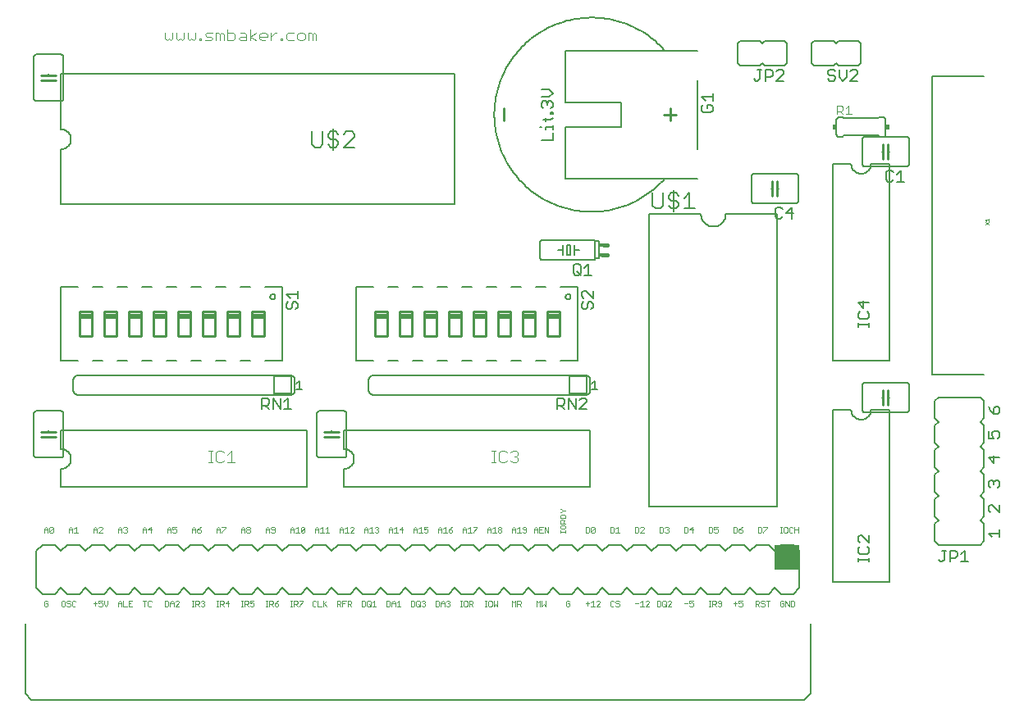
<source format=gto>
G75*
%MOIN*%
%OFA0B0*%
%FSLAX24Y24*%
%IPPOS*%
%LPD*%
%AMOC8*
5,1,8,0,0,1.08239X$1,22.5*
%
%ADD10C,0.0020*%
%ADD11C,0.0040*%
%ADD12C,0.0080*%
%ADD13C,0.0060*%
%ADD14R,0.1000X0.1000*%
%ADD15C,0.0100*%
%ADD16C,0.0050*%
%ADD17C,0.0070*%
%ADD18C,0.0160*%
%ADD19R,0.0230X0.0160*%
%ADD20R,0.0150X0.0200*%
D10*
X001527Y004190D02*
X001600Y004190D01*
X001637Y004227D01*
X001637Y004300D01*
X001563Y004300D01*
X001490Y004373D02*
X001490Y004227D01*
X001527Y004190D01*
X001490Y004373D02*
X001527Y004410D01*
X001600Y004410D01*
X001637Y004373D01*
X002190Y004373D02*
X002190Y004227D01*
X002227Y004190D01*
X002300Y004190D01*
X002337Y004227D01*
X002337Y004373D01*
X002300Y004410D01*
X002227Y004410D01*
X002190Y004373D01*
X002411Y004373D02*
X002411Y004337D01*
X002448Y004300D01*
X002521Y004300D01*
X002558Y004263D01*
X002558Y004227D01*
X002521Y004190D01*
X002448Y004190D01*
X002411Y004227D01*
X002411Y004373D02*
X002448Y004410D01*
X002521Y004410D01*
X002558Y004373D01*
X002632Y004373D02*
X002632Y004227D01*
X002669Y004190D01*
X002742Y004190D01*
X002779Y004227D01*
X002779Y004373D02*
X002742Y004410D01*
X002669Y004410D01*
X002632Y004373D01*
X003490Y004300D02*
X003637Y004300D01*
X003711Y004300D02*
X003784Y004337D01*
X003821Y004337D01*
X003858Y004300D01*
X003858Y004227D01*
X003821Y004190D01*
X003748Y004190D01*
X003711Y004227D01*
X003711Y004300D02*
X003711Y004410D01*
X003858Y004410D01*
X003932Y004410D02*
X003932Y004263D01*
X004005Y004190D01*
X004079Y004263D01*
X004079Y004410D01*
X004490Y004337D02*
X004563Y004410D01*
X004637Y004337D01*
X004637Y004190D01*
X004711Y004190D02*
X004858Y004190D01*
X004932Y004190D02*
X005079Y004190D01*
X005005Y004300D02*
X004932Y004300D01*
X004932Y004410D02*
X004932Y004190D01*
X004932Y004410D02*
X005079Y004410D01*
X004711Y004410D02*
X004711Y004190D01*
X004637Y004300D02*
X004490Y004300D01*
X004490Y004337D02*
X004490Y004190D01*
X003563Y004227D02*
X003563Y004373D01*
X005490Y004410D02*
X005637Y004410D01*
X005563Y004410D02*
X005563Y004190D01*
X005711Y004227D02*
X005748Y004190D01*
X005821Y004190D01*
X005858Y004227D01*
X005858Y004373D02*
X005821Y004410D01*
X005748Y004410D01*
X005711Y004373D01*
X005711Y004227D01*
X006390Y004190D02*
X006500Y004190D01*
X006537Y004227D01*
X006537Y004373D01*
X006500Y004410D01*
X006390Y004410D01*
X006390Y004190D01*
X006611Y004190D02*
X006611Y004337D01*
X006684Y004410D01*
X006758Y004337D01*
X006758Y004190D01*
X006832Y004190D02*
X006979Y004337D01*
X006979Y004373D01*
X006942Y004410D01*
X006869Y004410D01*
X006832Y004373D01*
X006758Y004300D02*
X006611Y004300D01*
X006832Y004190D02*
X006979Y004190D01*
X007490Y004190D02*
X007563Y004190D01*
X007527Y004190D02*
X007527Y004410D01*
X007563Y004410D02*
X007490Y004410D01*
X007637Y004410D02*
X007747Y004410D01*
X007784Y004373D01*
X007784Y004300D01*
X007747Y004263D01*
X007637Y004263D01*
X007637Y004190D02*
X007637Y004410D01*
X007711Y004263D02*
X007784Y004190D01*
X007858Y004227D02*
X007895Y004190D01*
X007968Y004190D01*
X008005Y004227D01*
X008005Y004263D01*
X007968Y004300D01*
X007932Y004300D01*
X007968Y004300D02*
X008005Y004337D01*
X008005Y004373D01*
X007968Y004410D01*
X007895Y004410D01*
X007858Y004373D01*
X008490Y004410D02*
X008563Y004410D01*
X008527Y004410D02*
X008527Y004190D01*
X008563Y004190D02*
X008490Y004190D01*
X008637Y004190D02*
X008637Y004410D01*
X008747Y004410D01*
X008784Y004373D01*
X008784Y004300D01*
X008747Y004263D01*
X008637Y004263D01*
X008711Y004263D02*
X008784Y004190D01*
X008858Y004300D02*
X009005Y004300D01*
X008968Y004190D02*
X008968Y004410D01*
X008858Y004300D01*
X009490Y004190D02*
X009563Y004190D01*
X009527Y004190D02*
X009527Y004410D01*
X009563Y004410D02*
X009490Y004410D01*
X009637Y004410D02*
X009747Y004410D01*
X009784Y004373D01*
X009784Y004300D01*
X009747Y004263D01*
X009637Y004263D01*
X009637Y004190D02*
X009637Y004410D01*
X009711Y004263D02*
X009784Y004190D01*
X009858Y004227D02*
X009895Y004190D01*
X009968Y004190D01*
X010005Y004227D01*
X010005Y004300D01*
X009968Y004337D01*
X009932Y004337D01*
X009858Y004300D01*
X009858Y004410D01*
X010005Y004410D01*
X010490Y004410D02*
X010563Y004410D01*
X010527Y004410D02*
X010527Y004190D01*
X010563Y004190D02*
X010490Y004190D01*
X010637Y004190D02*
X010637Y004410D01*
X010747Y004410D01*
X010784Y004373D01*
X010784Y004300D01*
X010747Y004263D01*
X010637Y004263D01*
X010711Y004263D02*
X010784Y004190D01*
X010858Y004227D02*
X010858Y004300D01*
X010968Y004300D01*
X011005Y004263D01*
X011005Y004227D01*
X010968Y004190D01*
X010895Y004190D01*
X010858Y004227D01*
X010858Y004300D02*
X010932Y004373D01*
X011005Y004410D01*
X011490Y004410D02*
X011563Y004410D01*
X011527Y004410D02*
X011527Y004190D01*
X011563Y004190D02*
X011490Y004190D01*
X011637Y004190D02*
X011637Y004410D01*
X011747Y004410D01*
X011784Y004373D01*
X011784Y004300D01*
X011747Y004263D01*
X011637Y004263D01*
X011711Y004263D02*
X011784Y004190D01*
X011858Y004190D02*
X011858Y004227D01*
X012005Y004373D01*
X012005Y004410D01*
X011858Y004410D01*
X012390Y004373D02*
X012390Y004227D01*
X012427Y004190D01*
X012500Y004190D01*
X012537Y004227D01*
X012611Y004190D02*
X012758Y004190D01*
X012832Y004190D02*
X012832Y004410D01*
X012869Y004300D02*
X012979Y004190D01*
X012832Y004263D02*
X012979Y004410D01*
X012611Y004410D02*
X012611Y004190D01*
X012537Y004373D02*
X012500Y004410D01*
X012427Y004410D01*
X012390Y004373D01*
X013390Y004410D02*
X013390Y004190D01*
X013390Y004263D02*
X013500Y004263D01*
X013537Y004300D01*
X013537Y004373D01*
X013500Y004410D01*
X013390Y004410D01*
X013463Y004263D02*
X013537Y004190D01*
X013611Y004190D02*
X013611Y004410D01*
X013758Y004410D01*
X013832Y004410D02*
X013942Y004410D01*
X013979Y004373D01*
X013979Y004300D01*
X013942Y004263D01*
X013832Y004263D01*
X013832Y004190D02*
X013832Y004410D01*
X013905Y004263D02*
X013979Y004190D01*
X013684Y004300D02*
X013611Y004300D01*
X014390Y004190D02*
X014500Y004190D01*
X014537Y004227D01*
X014537Y004373D01*
X014500Y004410D01*
X014390Y004410D01*
X014390Y004190D01*
X014611Y004227D02*
X014611Y004373D01*
X014648Y004410D01*
X014721Y004410D01*
X014758Y004373D01*
X014758Y004227D01*
X014721Y004190D01*
X014648Y004190D01*
X014611Y004227D01*
X014684Y004263D02*
X014758Y004190D01*
X014832Y004190D02*
X014979Y004190D01*
X014905Y004190D02*
X014905Y004410D01*
X014832Y004337D01*
X015390Y004410D02*
X015390Y004190D01*
X015500Y004190D01*
X015537Y004227D01*
X015537Y004373D01*
X015500Y004410D01*
X015390Y004410D01*
X015611Y004337D02*
X015684Y004410D01*
X015758Y004337D01*
X015758Y004190D01*
X015832Y004190D02*
X015979Y004190D01*
X015905Y004190D02*
X015905Y004410D01*
X015832Y004337D01*
X015758Y004300D02*
X015611Y004300D01*
X015611Y004337D02*
X015611Y004190D01*
X016390Y004190D02*
X016500Y004190D01*
X016537Y004227D01*
X016537Y004373D01*
X016500Y004410D01*
X016390Y004410D01*
X016390Y004190D01*
X016611Y004227D02*
X016648Y004190D01*
X016721Y004190D01*
X016758Y004227D01*
X016758Y004373D01*
X016721Y004410D01*
X016648Y004410D01*
X016611Y004373D01*
X016611Y004227D01*
X016684Y004263D02*
X016758Y004190D01*
X016832Y004227D02*
X016869Y004190D01*
X016942Y004190D01*
X016979Y004227D01*
X016979Y004263D01*
X016942Y004300D01*
X016905Y004300D01*
X016942Y004300D02*
X016979Y004337D01*
X016979Y004373D01*
X016942Y004410D01*
X016869Y004410D01*
X016832Y004373D01*
X017390Y004410D02*
X017390Y004190D01*
X017500Y004190D01*
X017537Y004227D01*
X017537Y004373D01*
X017500Y004410D01*
X017390Y004410D01*
X017611Y004337D02*
X017611Y004190D01*
X017611Y004300D02*
X017758Y004300D01*
X017758Y004337D02*
X017758Y004190D01*
X017832Y004227D02*
X017869Y004190D01*
X017942Y004190D01*
X017979Y004227D01*
X017979Y004263D01*
X017942Y004300D01*
X017905Y004300D01*
X017942Y004300D02*
X017979Y004337D01*
X017979Y004373D01*
X017942Y004410D01*
X017869Y004410D01*
X017832Y004373D01*
X017758Y004337D02*
X017684Y004410D01*
X017611Y004337D01*
X018390Y004410D02*
X018463Y004410D01*
X018427Y004410D02*
X018427Y004190D01*
X018463Y004190D02*
X018390Y004190D01*
X018537Y004227D02*
X018537Y004373D01*
X018574Y004410D01*
X018647Y004410D01*
X018684Y004373D01*
X018684Y004227D01*
X018647Y004190D01*
X018574Y004190D01*
X018537Y004227D01*
X018758Y004263D02*
X018868Y004263D01*
X018905Y004300D01*
X018905Y004373D01*
X018868Y004410D01*
X018758Y004410D01*
X018758Y004190D01*
X018832Y004263D02*
X018905Y004190D01*
X019390Y004190D02*
X019463Y004190D01*
X019427Y004190D02*
X019427Y004410D01*
X019463Y004410D02*
X019390Y004410D01*
X019537Y004373D02*
X019537Y004227D01*
X019574Y004190D01*
X019647Y004190D01*
X019684Y004227D01*
X019684Y004373D01*
X019647Y004410D01*
X019574Y004410D01*
X019537Y004373D01*
X019758Y004410D02*
X019758Y004190D01*
X019832Y004263D01*
X019905Y004190D01*
X019905Y004410D01*
X020490Y004410D02*
X020490Y004190D01*
X020637Y004190D02*
X020637Y004410D01*
X020563Y004337D01*
X020490Y004410D01*
X020711Y004410D02*
X020821Y004410D01*
X020858Y004373D01*
X020858Y004300D01*
X020821Y004263D01*
X020711Y004263D01*
X020711Y004190D02*
X020711Y004410D01*
X020784Y004263D02*
X020858Y004190D01*
X021490Y004190D02*
X021490Y004410D01*
X021563Y004337D01*
X021637Y004410D01*
X021637Y004190D01*
X021711Y004190D02*
X021784Y004263D01*
X021858Y004190D01*
X021858Y004410D01*
X021711Y004410D02*
X021711Y004190D01*
X022690Y004227D02*
X022727Y004190D01*
X022800Y004190D01*
X022837Y004227D01*
X022837Y004300D01*
X022763Y004300D01*
X022690Y004373D02*
X022690Y004227D01*
X022690Y004373D02*
X022727Y004410D01*
X022800Y004410D01*
X022837Y004373D01*
X023490Y004300D02*
X023637Y004300D01*
X023711Y004337D02*
X023784Y004410D01*
X023784Y004190D01*
X023711Y004190D02*
X023858Y004190D01*
X023932Y004190D02*
X024079Y004337D01*
X024079Y004373D01*
X024042Y004410D01*
X023969Y004410D01*
X023932Y004373D01*
X023932Y004190D02*
X024079Y004190D01*
X024490Y004227D02*
X024490Y004373D01*
X024527Y004410D01*
X024600Y004410D01*
X024637Y004373D01*
X024711Y004373D02*
X024711Y004337D01*
X024748Y004300D01*
X024821Y004300D01*
X024858Y004263D01*
X024858Y004227D01*
X024821Y004190D01*
X024748Y004190D01*
X024711Y004227D01*
X024637Y004227D02*
X024600Y004190D01*
X024527Y004190D01*
X024490Y004227D01*
X024711Y004373D02*
X024748Y004410D01*
X024821Y004410D01*
X024858Y004373D01*
X025490Y004300D02*
X025637Y004300D01*
X025711Y004337D02*
X025784Y004410D01*
X025784Y004190D01*
X025711Y004190D02*
X025858Y004190D01*
X025932Y004190D02*
X026079Y004337D01*
X026079Y004373D01*
X026042Y004410D01*
X025969Y004410D01*
X025932Y004373D01*
X025932Y004190D02*
X026079Y004190D01*
X026390Y004190D02*
X026390Y004410D01*
X026500Y004410D01*
X026537Y004373D01*
X026537Y004227D01*
X026500Y004190D01*
X026390Y004190D01*
X026611Y004227D02*
X026611Y004373D01*
X026648Y004410D01*
X026721Y004410D01*
X026758Y004373D01*
X026758Y004227D01*
X026721Y004190D01*
X026648Y004190D01*
X026611Y004227D01*
X026684Y004263D02*
X026758Y004190D01*
X026832Y004190D02*
X026979Y004337D01*
X026979Y004373D01*
X026942Y004410D01*
X026869Y004410D01*
X026832Y004373D01*
X026832Y004190D02*
X026979Y004190D01*
X027490Y004300D02*
X027637Y004300D01*
X027711Y004300D02*
X027784Y004337D01*
X027821Y004337D01*
X027858Y004300D01*
X027858Y004227D01*
X027821Y004190D01*
X027748Y004190D01*
X027711Y004227D01*
X027711Y004300D02*
X027711Y004410D01*
X027858Y004410D01*
X028490Y004410D02*
X028563Y004410D01*
X028527Y004410D02*
X028527Y004190D01*
X028563Y004190D02*
X028490Y004190D01*
X028637Y004190D02*
X028637Y004410D01*
X028747Y004410D01*
X028784Y004373D01*
X028784Y004300D01*
X028747Y004263D01*
X028637Y004263D01*
X028711Y004263D02*
X028784Y004190D01*
X028858Y004227D02*
X028895Y004190D01*
X028968Y004190D01*
X029005Y004227D01*
X029005Y004373D01*
X028968Y004410D01*
X028895Y004410D01*
X028858Y004373D01*
X028858Y004337D01*
X028895Y004300D01*
X029005Y004300D01*
X029490Y004300D02*
X029637Y004300D01*
X029711Y004300D02*
X029784Y004337D01*
X029821Y004337D01*
X029858Y004300D01*
X029858Y004227D01*
X029821Y004190D01*
X029748Y004190D01*
X029711Y004227D01*
X029711Y004300D02*
X029711Y004410D01*
X029858Y004410D01*
X029563Y004373D02*
X029563Y004227D01*
X030390Y004263D02*
X030500Y004263D01*
X030537Y004300D01*
X030537Y004373D01*
X030500Y004410D01*
X030390Y004410D01*
X030390Y004190D01*
X030463Y004263D02*
X030537Y004190D01*
X030611Y004227D02*
X030648Y004190D01*
X030721Y004190D01*
X030758Y004227D01*
X030758Y004263D01*
X030721Y004300D01*
X030648Y004300D01*
X030611Y004337D01*
X030611Y004373D01*
X030648Y004410D01*
X030721Y004410D01*
X030758Y004373D01*
X030832Y004410D02*
X030979Y004410D01*
X030905Y004410D02*
X030905Y004190D01*
X031390Y004227D02*
X031390Y004373D01*
X031427Y004410D01*
X031500Y004410D01*
X031537Y004373D01*
X031537Y004300D02*
X031463Y004300D01*
X031537Y004300D02*
X031537Y004227D01*
X031500Y004190D01*
X031427Y004190D01*
X031390Y004227D01*
X031611Y004190D02*
X031611Y004410D01*
X031758Y004190D01*
X031758Y004410D01*
X031832Y004410D02*
X031942Y004410D01*
X031979Y004373D01*
X031979Y004227D01*
X031942Y004190D01*
X031832Y004190D01*
X031832Y004410D01*
X031868Y007190D02*
X031905Y007227D01*
X031868Y007190D02*
X031795Y007190D01*
X031758Y007227D01*
X031758Y007373D01*
X031795Y007410D01*
X031868Y007410D01*
X031905Y007373D01*
X031979Y007410D02*
X031979Y007190D01*
X031979Y007300D02*
X032126Y007300D01*
X032126Y007410D02*
X032126Y007190D01*
X031684Y007227D02*
X031684Y007373D01*
X031647Y007410D01*
X031574Y007410D01*
X031537Y007373D01*
X031537Y007227D01*
X031574Y007190D01*
X031647Y007190D01*
X031684Y007227D01*
X031463Y007190D02*
X031390Y007190D01*
X031427Y007190D02*
X031427Y007410D01*
X031463Y007410D02*
X031390Y007410D01*
X030858Y007410D02*
X030858Y007373D01*
X030711Y007227D01*
X030711Y007190D01*
X030637Y007227D02*
X030637Y007373D01*
X030600Y007410D01*
X030490Y007410D01*
X030490Y007190D01*
X030600Y007190D01*
X030637Y007227D01*
X030711Y007410D02*
X030858Y007410D01*
X029858Y007410D02*
X029784Y007373D01*
X029711Y007300D01*
X029821Y007300D01*
X029858Y007263D01*
X029858Y007227D01*
X029821Y007190D01*
X029748Y007190D01*
X029711Y007227D01*
X029711Y007300D01*
X029637Y007227D02*
X029637Y007373D01*
X029600Y007410D01*
X029490Y007410D01*
X029490Y007190D01*
X029600Y007190D01*
X029637Y007227D01*
X028858Y007227D02*
X028821Y007190D01*
X028748Y007190D01*
X028711Y007227D01*
X028711Y007300D02*
X028784Y007337D01*
X028821Y007337D01*
X028858Y007300D01*
X028858Y007227D01*
X028711Y007300D02*
X028711Y007410D01*
X028858Y007410D01*
X028637Y007373D02*
X028600Y007410D01*
X028490Y007410D01*
X028490Y007190D01*
X028600Y007190D01*
X028637Y007227D01*
X028637Y007373D01*
X027858Y007300D02*
X027711Y007300D01*
X027821Y007410D01*
X027821Y007190D01*
X027637Y007227D02*
X027637Y007373D01*
X027600Y007410D01*
X027490Y007410D01*
X027490Y007190D01*
X027600Y007190D01*
X027637Y007227D01*
X026858Y007227D02*
X026821Y007190D01*
X026748Y007190D01*
X026711Y007227D01*
X026637Y007227D02*
X026637Y007373D01*
X026600Y007410D01*
X026490Y007410D01*
X026490Y007190D01*
X026600Y007190D01*
X026637Y007227D01*
X026711Y007373D02*
X026748Y007410D01*
X026821Y007410D01*
X026858Y007373D01*
X026858Y007337D01*
X026821Y007300D01*
X026858Y007263D01*
X026858Y007227D01*
X026821Y007300D02*
X026784Y007300D01*
X025858Y007337D02*
X025858Y007373D01*
X025821Y007410D01*
X025748Y007410D01*
X025711Y007373D01*
X025637Y007373D02*
X025600Y007410D01*
X025490Y007410D01*
X025490Y007190D01*
X025600Y007190D01*
X025637Y007227D01*
X025637Y007373D01*
X025711Y007190D02*
X025858Y007337D01*
X025858Y007190D02*
X025711Y007190D01*
X024858Y007190D02*
X024711Y007190D01*
X024784Y007190D02*
X024784Y007410D01*
X024711Y007337D01*
X024637Y007373D02*
X024600Y007410D01*
X024490Y007410D01*
X024490Y007190D01*
X024600Y007190D01*
X024637Y007227D01*
X024637Y007373D01*
X023858Y007373D02*
X023711Y007227D01*
X023748Y007190D01*
X023821Y007190D01*
X023858Y007227D01*
X023858Y007373D01*
X023821Y007410D01*
X023748Y007410D01*
X023711Y007373D01*
X023711Y007227D01*
X023637Y007227D02*
X023637Y007373D01*
X023600Y007410D01*
X023490Y007410D01*
X023490Y007190D01*
X023600Y007190D01*
X023637Y007227D01*
X022670Y007227D02*
X022450Y007227D01*
X022450Y007263D02*
X022450Y007190D01*
X022487Y007337D02*
X022633Y007337D01*
X022670Y007374D01*
X022670Y007447D01*
X022633Y007484D01*
X022487Y007484D01*
X022450Y007447D01*
X022450Y007374D01*
X022487Y007337D01*
X022670Y007263D02*
X022670Y007190D01*
X022670Y007558D02*
X022450Y007558D01*
X022450Y007668D01*
X022487Y007705D01*
X022560Y007705D01*
X022597Y007668D01*
X022597Y007558D01*
X022597Y007632D02*
X022670Y007705D01*
X022670Y007779D02*
X022670Y007889D01*
X022633Y007926D01*
X022487Y007926D01*
X022450Y007889D01*
X022450Y007779D01*
X022670Y007779D01*
X022487Y008000D02*
X022560Y008074D01*
X022670Y008074D01*
X022560Y008074D02*
X022487Y008147D01*
X022450Y008147D01*
X022450Y008000D02*
X022487Y008000D01*
X021979Y007410D02*
X021979Y007190D01*
X021832Y007410D01*
X021832Y007190D01*
X021758Y007190D02*
X021611Y007190D01*
X021611Y007410D01*
X021758Y007410D01*
X021684Y007300D02*
X021611Y007300D01*
X021537Y007300D02*
X021390Y007300D01*
X021390Y007337D02*
X021463Y007410D01*
X021537Y007337D01*
X021537Y007190D01*
X021390Y007190D02*
X021390Y007337D01*
X021079Y007373D02*
X021042Y007410D01*
X020969Y007410D01*
X020932Y007373D01*
X020932Y007337D01*
X020969Y007300D01*
X021079Y007300D01*
X021079Y007227D02*
X021079Y007373D01*
X021079Y007227D02*
X021042Y007190D01*
X020969Y007190D01*
X020932Y007227D01*
X020858Y007190D02*
X020711Y007190D01*
X020784Y007190D02*
X020784Y007410D01*
X020711Y007337D01*
X020637Y007337D02*
X020637Y007190D01*
X020637Y007300D02*
X020490Y007300D01*
X020490Y007337D02*
X020563Y007410D01*
X020637Y007337D01*
X020490Y007337D02*
X020490Y007190D01*
X020079Y007227D02*
X020042Y007190D01*
X019969Y007190D01*
X019932Y007227D01*
X019932Y007263D01*
X019969Y007300D01*
X020042Y007300D01*
X020079Y007263D01*
X020079Y007227D01*
X020042Y007300D02*
X020079Y007337D01*
X020079Y007373D01*
X020042Y007410D01*
X019969Y007410D01*
X019932Y007373D01*
X019932Y007337D01*
X019969Y007300D01*
X019858Y007190D02*
X019711Y007190D01*
X019784Y007190D02*
X019784Y007410D01*
X019711Y007337D01*
X019637Y007337D02*
X019637Y007190D01*
X019637Y007300D02*
X019490Y007300D01*
X019490Y007337D02*
X019563Y007410D01*
X019637Y007337D01*
X019490Y007337D02*
X019490Y007190D01*
X019079Y007373D02*
X019079Y007410D01*
X018932Y007410D01*
X018784Y007410D02*
X018784Y007190D01*
X018711Y007190D02*
X018858Y007190D01*
X018932Y007190D02*
X018932Y007227D01*
X019079Y007373D01*
X018784Y007410D02*
X018711Y007337D01*
X018637Y007337D02*
X018637Y007190D01*
X018637Y007300D02*
X018490Y007300D01*
X018490Y007337D02*
X018563Y007410D01*
X018637Y007337D01*
X018490Y007337D02*
X018490Y007190D01*
X018079Y007227D02*
X018079Y007263D01*
X018042Y007300D01*
X017932Y007300D01*
X017932Y007227D01*
X017969Y007190D01*
X018042Y007190D01*
X018079Y007227D01*
X018005Y007373D02*
X018079Y007410D01*
X018005Y007373D02*
X017932Y007300D01*
X017858Y007190D02*
X017711Y007190D01*
X017784Y007190D02*
X017784Y007410D01*
X017711Y007337D01*
X017637Y007337D02*
X017637Y007190D01*
X017637Y007300D02*
X017490Y007300D01*
X017490Y007337D02*
X017563Y007410D01*
X017637Y007337D01*
X017490Y007337D02*
X017490Y007190D01*
X017079Y007227D02*
X017042Y007190D01*
X016969Y007190D01*
X016932Y007227D01*
X016932Y007300D02*
X017005Y007337D01*
X017042Y007337D01*
X017079Y007300D01*
X017079Y007227D01*
X016932Y007300D02*
X016932Y007410D01*
X017079Y007410D01*
X016784Y007410D02*
X016784Y007190D01*
X016711Y007190D02*
X016858Y007190D01*
X016711Y007337D02*
X016784Y007410D01*
X016637Y007337D02*
X016637Y007190D01*
X016637Y007300D02*
X016490Y007300D01*
X016490Y007337D02*
X016563Y007410D01*
X016637Y007337D01*
X016490Y007337D02*
X016490Y007190D01*
X016079Y007300D02*
X015932Y007300D01*
X016042Y007410D01*
X016042Y007190D01*
X015858Y007190D02*
X015711Y007190D01*
X015784Y007190D02*
X015784Y007410D01*
X015711Y007337D01*
X015637Y007337D02*
X015637Y007190D01*
X015637Y007300D02*
X015490Y007300D01*
X015490Y007337D02*
X015563Y007410D01*
X015637Y007337D01*
X015490Y007337D02*
X015490Y007190D01*
X015079Y007227D02*
X015042Y007190D01*
X014969Y007190D01*
X014932Y007227D01*
X014858Y007190D02*
X014711Y007190D01*
X014784Y007190D02*
X014784Y007410D01*
X014711Y007337D01*
X014637Y007337D02*
X014637Y007190D01*
X014637Y007300D02*
X014490Y007300D01*
X014490Y007337D02*
X014563Y007410D01*
X014637Y007337D01*
X014490Y007337D02*
X014490Y007190D01*
X014079Y007190D02*
X013932Y007190D01*
X014079Y007337D01*
X014079Y007373D01*
X014042Y007410D01*
X013969Y007410D01*
X013932Y007373D01*
X013784Y007410D02*
X013784Y007190D01*
X013711Y007190D02*
X013858Y007190D01*
X013711Y007337D02*
X013784Y007410D01*
X013637Y007337D02*
X013563Y007410D01*
X013490Y007337D01*
X013490Y007190D01*
X013490Y007300D02*
X013637Y007300D01*
X013637Y007337D02*
X013637Y007190D01*
X013079Y007190D02*
X012932Y007190D01*
X013005Y007190D02*
X013005Y007410D01*
X012932Y007337D01*
X012858Y007190D02*
X012711Y007190D01*
X012784Y007190D02*
X012784Y007410D01*
X012711Y007337D01*
X012637Y007337D02*
X012637Y007190D01*
X012637Y007300D02*
X012490Y007300D01*
X012490Y007337D02*
X012563Y007410D01*
X012637Y007337D01*
X012490Y007337D02*
X012490Y007190D01*
X012079Y007227D02*
X012042Y007190D01*
X011969Y007190D01*
X011932Y007227D01*
X012079Y007373D01*
X012079Y007227D01*
X012079Y007373D02*
X012042Y007410D01*
X011969Y007410D01*
X011932Y007373D01*
X011932Y007227D01*
X011858Y007190D02*
X011711Y007190D01*
X011784Y007190D02*
X011784Y007410D01*
X011711Y007337D01*
X011637Y007337D02*
X011637Y007190D01*
X011637Y007300D02*
X011490Y007300D01*
X011490Y007337D02*
X011563Y007410D01*
X011637Y007337D01*
X011490Y007337D02*
X011490Y007190D01*
X010858Y007227D02*
X010858Y007373D01*
X010821Y007410D01*
X010748Y007410D01*
X010711Y007373D01*
X010711Y007337D01*
X010748Y007300D01*
X010858Y007300D01*
X010858Y007227D02*
X010821Y007190D01*
X010748Y007190D01*
X010711Y007227D01*
X010637Y007190D02*
X010637Y007337D01*
X010563Y007410D01*
X010490Y007337D01*
X010490Y007190D01*
X010490Y007300D02*
X010637Y007300D01*
X009858Y007263D02*
X009858Y007227D01*
X009821Y007190D01*
X009748Y007190D01*
X009711Y007227D01*
X009711Y007263D01*
X009748Y007300D01*
X009821Y007300D01*
X009858Y007263D01*
X009821Y007300D02*
X009858Y007337D01*
X009858Y007373D01*
X009821Y007410D01*
X009748Y007410D01*
X009711Y007373D01*
X009711Y007337D01*
X009748Y007300D01*
X009637Y007300D02*
X009490Y007300D01*
X009490Y007337D02*
X009563Y007410D01*
X009637Y007337D01*
X009637Y007190D01*
X009490Y007190D02*
X009490Y007337D01*
X008858Y007373D02*
X008711Y007227D01*
X008711Y007190D01*
X008637Y007190D02*
X008637Y007337D01*
X008563Y007410D01*
X008490Y007337D01*
X008490Y007190D01*
X008490Y007300D02*
X008637Y007300D01*
X008711Y007410D02*
X008858Y007410D01*
X008858Y007373D01*
X007858Y007410D02*
X007784Y007373D01*
X007711Y007300D01*
X007821Y007300D01*
X007858Y007263D01*
X007858Y007227D01*
X007821Y007190D01*
X007748Y007190D01*
X007711Y007227D01*
X007711Y007300D01*
X007637Y007300D02*
X007490Y007300D01*
X007490Y007337D02*
X007563Y007410D01*
X007637Y007337D01*
X007637Y007190D01*
X007490Y007190D02*
X007490Y007337D01*
X006858Y007300D02*
X006858Y007227D01*
X006821Y007190D01*
X006748Y007190D01*
X006711Y007227D01*
X006711Y007300D02*
X006784Y007337D01*
X006821Y007337D01*
X006858Y007300D01*
X006858Y007410D02*
X006711Y007410D01*
X006711Y007300D01*
X006637Y007300D02*
X006490Y007300D01*
X006490Y007337D02*
X006563Y007410D01*
X006637Y007337D01*
X006637Y007190D01*
X006490Y007190D02*
X006490Y007337D01*
X005858Y007300D02*
X005711Y007300D01*
X005821Y007410D01*
X005821Y007190D01*
X005637Y007190D02*
X005637Y007337D01*
X005563Y007410D01*
X005490Y007337D01*
X005490Y007190D01*
X005490Y007300D02*
X005637Y007300D01*
X004858Y007263D02*
X004858Y007227D01*
X004821Y007190D01*
X004748Y007190D01*
X004711Y007227D01*
X004637Y007190D02*
X004637Y007337D01*
X004563Y007410D01*
X004490Y007337D01*
X004490Y007190D01*
X004490Y007300D02*
X004637Y007300D01*
X004711Y007373D02*
X004748Y007410D01*
X004821Y007410D01*
X004858Y007373D01*
X004858Y007337D01*
X004821Y007300D01*
X004858Y007263D01*
X004821Y007300D02*
X004784Y007300D01*
X003858Y007337D02*
X003858Y007373D01*
X003821Y007410D01*
X003748Y007410D01*
X003711Y007373D01*
X003637Y007337D02*
X003637Y007190D01*
X003711Y007190D02*
X003858Y007337D01*
X003858Y007190D02*
X003711Y007190D01*
X003637Y007300D02*
X003490Y007300D01*
X003490Y007337D02*
X003563Y007410D01*
X003637Y007337D01*
X003490Y007337D02*
X003490Y007190D01*
X002858Y007190D02*
X002711Y007190D01*
X002784Y007190D02*
X002784Y007410D01*
X002711Y007337D01*
X002637Y007337D02*
X002563Y007410D01*
X002490Y007337D01*
X002490Y007190D01*
X002490Y007300D02*
X002637Y007300D01*
X002637Y007337D02*
X002637Y007190D01*
X001858Y007227D02*
X001821Y007190D01*
X001748Y007190D01*
X001711Y007227D01*
X001858Y007373D01*
X001858Y007227D01*
X001858Y007373D02*
X001821Y007410D01*
X001748Y007410D01*
X001711Y007373D01*
X001711Y007227D01*
X001637Y007190D02*
X001637Y007337D01*
X001563Y007410D01*
X001490Y007337D01*
X001490Y007190D01*
X001490Y007300D02*
X001637Y007300D01*
X014932Y007373D02*
X014969Y007410D01*
X015042Y007410D01*
X015079Y007373D01*
X015079Y007337D01*
X015042Y007300D01*
X015079Y007263D01*
X015079Y007227D01*
X015042Y007300D02*
X015005Y007300D01*
X023563Y004373D02*
X023563Y004227D01*
X039721Y019708D02*
X039861Y019802D01*
X039861Y019856D02*
X039861Y019949D01*
X039861Y019902D02*
X039721Y019902D01*
X039768Y019856D01*
X039721Y019802D02*
X039861Y019708D01*
D11*
X034293Y024210D02*
X034059Y024210D01*
X034176Y024210D02*
X034176Y024560D01*
X034059Y024444D01*
X033934Y024502D02*
X033934Y024385D01*
X033875Y024327D01*
X033700Y024327D01*
X033817Y024327D02*
X033934Y024210D01*
X033700Y024210D02*
X033700Y024560D01*
X033875Y024560D01*
X033934Y024502D01*
X012547Y027200D02*
X012547Y027430D01*
X012470Y027507D01*
X012393Y027430D01*
X012393Y027200D01*
X012240Y027200D02*
X012240Y027507D01*
X012316Y027507D01*
X012393Y027430D01*
X012086Y027430D02*
X012009Y027507D01*
X011856Y027507D01*
X011779Y027430D01*
X011779Y027277D01*
X011856Y027200D01*
X012009Y027200D01*
X012086Y027277D01*
X012086Y027430D01*
X011626Y027507D02*
X011396Y027507D01*
X011319Y027430D01*
X011319Y027277D01*
X011396Y027200D01*
X011626Y027200D01*
X011165Y027200D02*
X011165Y027277D01*
X011089Y027277D01*
X011089Y027200D01*
X011165Y027200D01*
X010935Y027507D02*
X010858Y027507D01*
X010705Y027353D01*
X010705Y027200D02*
X010705Y027507D01*
X010551Y027430D02*
X010551Y027353D01*
X010245Y027353D01*
X010245Y027277D02*
X010245Y027430D01*
X010321Y027507D01*
X010475Y027507D01*
X010551Y027430D01*
X010475Y027200D02*
X010321Y027200D01*
X010245Y027277D01*
X010091Y027200D02*
X009861Y027353D01*
X010091Y027507D01*
X009861Y027660D02*
X009861Y027200D01*
X009707Y027200D02*
X009477Y027200D01*
X009401Y027277D01*
X009477Y027353D01*
X009707Y027353D01*
X009707Y027430D02*
X009707Y027200D01*
X009707Y027430D02*
X009631Y027507D01*
X009477Y027507D01*
X009247Y027430D02*
X009170Y027507D01*
X008940Y027507D01*
X008940Y027660D02*
X008940Y027200D01*
X009170Y027200D01*
X009247Y027277D01*
X009247Y027430D01*
X008787Y027430D02*
X008787Y027200D01*
X008633Y027200D02*
X008633Y027430D01*
X008710Y027507D01*
X008787Y027430D01*
X008633Y027430D02*
X008556Y027507D01*
X008480Y027507D01*
X008480Y027200D01*
X008326Y027277D02*
X008250Y027200D01*
X008019Y027200D01*
X007866Y027200D02*
X007789Y027200D01*
X007789Y027277D01*
X007866Y027277D01*
X007866Y027200D01*
X007636Y027277D02*
X007636Y027507D01*
X007636Y027277D02*
X007559Y027200D01*
X007482Y027277D01*
X007405Y027200D01*
X007329Y027277D01*
X007329Y027507D01*
X007175Y027507D02*
X007175Y027277D01*
X007099Y027200D01*
X007022Y027277D01*
X006945Y027200D01*
X006868Y027277D01*
X006868Y027507D01*
X006715Y027507D02*
X006715Y027277D01*
X006638Y027200D01*
X006561Y027277D01*
X006485Y027200D01*
X006408Y027277D01*
X006408Y027507D01*
X008019Y027430D02*
X008096Y027507D01*
X008326Y027507D01*
X008250Y027353D02*
X008096Y027353D01*
X008019Y027430D01*
X008250Y027353D02*
X008326Y027277D01*
X008172Y010510D02*
X008326Y010510D01*
X008249Y010510D02*
X008249Y010050D01*
X008172Y010050D02*
X008326Y010050D01*
X008479Y010127D02*
X008556Y010050D01*
X008709Y010050D01*
X008786Y010127D01*
X008940Y010050D02*
X009247Y010050D01*
X009093Y010050D02*
X009093Y010510D01*
X008940Y010357D01*
X008786Y010434D02*
X008709Y010510D01*
X008556Y010510D01*
X008479Y010434D01*
X008479Y010127D01*
X019672Y010050D02*
X019826Y010050D01*
X019749Y010050D02*
X019749Y010510D01*
X019672Y010510D02*
X019826Y010510D01*
X019979Y010434D02*
X020056Y010510D01*
X020209Y010510D01*
X020286Y010434D01*
X020440Y010434D02*
X020516Y010510D01*
X020670Y010510D01*
X020747Y010434D01*
X020747Y010357D01*
X020670Y010280D01*
X020747Y010203D01*
X020747Y010127D01*
X020670Y010050D01*
X020516Y010050D01*
X020440Y010127D01*
X020286Y010127D02*
X020209Y010050D01*
X020056Y010050D01*
X019979Y010127D01*
X019979Y010434D01*
X020593Y010280D02*
X020670Y010280D01*
D12*
X000730Y003480D02*
X000730Y000630D01*
X000980Y000380D01*
X032380Y000380D01*
X032630Y000630D01*
X032630Y003480D01*
X037578Y013617D02*
X037578Y025743D01*
X039680Y025743D01*
X039680Y013617D02*
X037578Y013617D01*
D13*
X036630Y013180D02*
X036630Y012180D01*
X036628Y012163D01*
X036624Y012146D01*
X036617Y012130D01*
X036607Y012116D01*
X036594Y012103D01*
X036580Y012093D01*
X036564Y012086D01*
X036547Y012082D01*
X036530Y012080D01*
X034830Y012080D01*
X034813Y012082D01*
X034796Y012086D01*
X034780Y012093D01*
X034766Y012103D01*
X034753Y012116D01*
X034743Y012130D01*
X034736Y012146D01*
X034732Y012163D01*
X034730Y012180D01*
X034730Y013180D01*
X034732Y013197D01*
X034736Y013214D01*
X034743Y013230D01*
X034753Y013244D01*
X034766Y013257D01*
X034780Y013267D01*
X034796Y013274D01*
X034813Y013278D01*
X034830Y013280D01*
X036530Y013280D01*
X036547Y013278D01*
X036564Y013274D01*
X036580Y013267D01*
X036594Y013257D01*
X036607Y013244D01*
X036617Y013230D01*
X036624Y013214D01*
X036628Y013197D01*
X036630Y013180D01*
X035830Y012680D02*
X035780Y012680D01*
X035580Y012680D02*
X035530Y012680D01*
X035830Y012180D02*
X035080Y012180D01*
X035078Y012141D01*
X035072Y012102D01*
X035063Y012064D01*
X035050Y012027D01*
X035033Y011991D01*
X035013Y011958D01*
X034989Y011926D01*
X034963Y011897D01*
X034934Y011871D01*
X034902Y011847D01*
X034869Y011827D01*
X034833Y011810D01*
X034796Y011797D01*
X034758Y011788D01*
X034719Y011782D01*
X034680Y011780D01*
X034641Y011782D01*
X034602Y011788D01*
X034564Y011797D01*
X034527Y011810D01*
X034491Y011827D01*
X034458Y011847D01*
X034426Y011871D01*
X034397Y011897D01*
X034371Y011926D01*
X034347Y011958D01*
X034327Y011991D01*
X034310Y012027D01*
X034297Y012064D01*
X034288Y012102D01*
X034282Y012141D01*
X034280Y012180D01*
X033530Y012180D01*
X033530Y005180D01*
X035830Y005180D01*
X035830Y012180D01*
X037680Y011830D02*
X037680Y012530D01*
X037830Y012680D01*
X039530Y012680D01*
X039680Y012530D01*
X039680Y011830D01*
X039530Y011680D01*
X039680Y011530D01*
X039680Y010830D01*
X039530Y010680D01*
X039680Y010530D01*
X039680Y009830D01*
X039530Y009680D01*
X039680Y009530D01*
X039680Y008830D01*
X039530Y008680D01*
X039680Y008530D01*
X039680Y007830D01*
X039530Y007680D01*
X039680Y007530D01*
X039680Y006830D01*
X039530Y006680D01*
X037830Y006680D01*
X037680Y006830D01*
X037680Y007530D01*
X037830Y007680D01*
X037680Y007830D01*
X037680Y008530D01*
X037830Y008680D01*
X037680Y008830D01*
X037680Y009530D01*
X037830Y009680D01*
X037680Y009830D01*
X037680Y010530D01*
X037830Y010680D01*
X037680Y010830D01*
X037680Y011530D01*
X037830Y011680D01*
X037680Y011830D01*
X035830Y014180D02*
X033530Y014180D01*
X033530Y022180D01*
X034280Y022180D01*
X034282Y022141D01*
X034288Y022102D01*
X034297Y022064D01*
X034310Y022027D01*
X034327Y021991D01*
X034347Y021958D01*
X034371Y021926D01*
X034397Y021897D01*
X034426Y021871D01*
X034458Y021847D01*
X034491Y021827D01*
X034527Y021810D01*
X034564Y021797D01*
X034602Y021788D01*
X034641Y021782D01*
X034680Y021780D01*
X034719Y021782D01*
X034758Y021788D01*
X034796Y021797D01*
X034833Y021810D01*
X034869Y021827D01*
X034902Y021847D01*
X034934Y021871D01*
X034963Y021897D01*
X034989Y021926D01*
X035013Y021958D01*
X035033Y021991D01*
X035050Y022027D01*
X035063Y022064D01*
X035072Y022102D01*
X035078Y022141D01*
X035080Y022180D01*
X035830Y022180D01*
X035830Y014180D01*
X031280Y020130D02*
X029180Y020130D01*
X029178Y020086D01*
X029172Y020043D01*
X029163Y020001D01*
X029150Y019959D01*
X029133Y019919D01*
X029113Y019880D01*
X029090Y019843D01*
X029063Y019809D01*
X029034Y019776D01*
X029001Y019747D01*
X028967Y019720D01*
X028930Y019697D01*
X028891Y019677D01*
X028851Y019660D01*
X028809Y019647D01*
X028767Y019638D01*
X028724Y019632D01*
X028680Y019630D01*
X028636Y019632D01*
X028593Y019638D01*
X028551Y019647D01*
X028509Y019660D01*
X028469Y019677D01*
X028430Y019697D01*
X028393Y019720D01*
X028359Y019747D01*
X028326Y019776D01*
X028297Y019809D01*
X028270Y019843D01*
X028247Y019880D01*
X028227Y019919D01*
X028210Y019959D01*
X028197Y020001D01*
X028188Y020043D01*
X028182Y020086D01*
X028180Y020130D01*
X026080Y020130D01*
X026080Y008230D01*
X031280Y008230D01*
X031280Y020130D01*
X032030Y020580D02*
X030330Y020580D01*
X030313Y020582D01*
X030296Y020586D01*
X030280Y020593D01*
X030266Y020603D01*
X030253Y020616D01*
X030243Y020630D01*
X030236Y020646D01*
X030232Y020663D01*
X030230Y020680D01*
X030230Y021680D01*
X030232Y021697D01*
X030236Y021714D01*
X030243Y021730D01*
X030253Y021744D01*
X030266Y021757D01*
X030280Y021767D01*
X030296Y021774D01*
X030313Y021778D01*
X030330Y021780D01*
X032030Y021780D01*
X032047Y021778D01*
X032064Y021774D01*
X032080Y021767D01*
X032094Y021757D01*
X032107Y021744D01*
X032117Y021730D01*
X032124Y021714D01*
X032128Y021697D01*
X032130Y021680D01*
X032130Y020680D01*
X032128Y020663D01*
X032124Y020646D01*
X032117Y020630D01*
X032107Y020616D01*
X032094Y020603D01*
X032080Y020593D01*
X032064Y020586D01*
X032047Y020582D01*
X032030Y020580D01*
X031330Y021180D02*
X031280Y021180D01*
X031080Y021180D02*
X031030Y021180D01*
X028030Y021580D02*
X022680Y021580D01*
X022680Y023680D01*
X024930Y023680D01*
X024930Y024680D01*
X022680Y024680D01*
X022680Y026780D01*
X028030Y026780D01*
X029680Y027080D02*
X029680Y026280D01*
X029780Y026180D01*
X030580Y026180D01*
X030680Y026280D01*
X030780Y026180D01*
X031580Y026180D01*
X031680Y026280D01*
X031680Y027080D01*
X031580Y027180D01*
X030780Y027180D01*
X030680Y027080D01*
X030580Y027180D01*
X029780Y027180D01*
X029680Y027080D01*
X028030Y025580D02*
X028030Y022780D01*
X026671Y026817D02*
X026587Y026908D01*
X026499Y026997D01*
X026409Y027083D01*
X026316Y027165D01*
X026221Y027245D01*
X026123Y027322D01*
X026023Y027396D01*
X025921Y027467D01*
X025816Y027534D01*
X025709Y027598D01*
X025601Y027659D01*
X025490Y027716D01*
X025378Y027770D01*
X025264Y027820D01*
X025149Y027866D01*
X025032Y027909D01*
X024914Y027948D01*
X024795Y027984D01*
X024674Y028015D01*
X024553Y028043D01*
X024431Y028067D01*
X024308Y028087D01*
X024185Y028104D01*
X024061Y028116D01*
X023937Y028125D01*
X023813Y028129D01*
X023688Y028130D01*
X023564Y028127D01*
X023440Y028119D01*
X023316Y028108D01*
X023192Y028093D01*
X023069Y028074D01*
X022947Y028052D01*
X022825Y028025D01*
X022705Y027995D01*
X022585Y027960D01*
X022467Y027923D01*
X022349Y027881D01*
X022234Y027836D01*
X022119Y027787D01*
X022006Y027734D01*
X021895Y027678D01*
X021786Y027619D01*
X021679Y027556D01*
X021573Y027489D01*
X021470Y027420D01*
X021369Y027347D01*
X021271Y027271D01*
X021175Y027192D01*
X021081Y027110D01*
X020990Y027025D01*
X020902Y026938D01*
X020816Y026847D01*
X020734Y026754D01*
X020654Y026658D01*
X020578Y026560D01*
X020504Y026460D01*
X020434Y026357D01*
X020367Y026252D01*
X020304Y026145D01*
X020243Y026036D01*
X020187Y025926D01*
X020133Y025813D01*
X020084Y025699D01*
X020038Y025584D01*
X019995Y025467D01*
X019957Y025348D01*
X019922Y025229D01*
X019891Y025109D01*
X019863Y024987D01*
X019840Y024865D01*
X019820Y024742D01*
X019804Y024619D01*
X019793Y024495D01*
X019785Y024371D01*
X019781Y024246D01*
X019780Y024122D01*
X019784Y023998D01*
X019792Y023873D01*
X019804Y023750D01*
X019819Y023626D01*
X019838Y023503D01*
X019862Y023381D01*
X019889Y023260D01*
X019920Y023139D01*
X019954Y023020D01*
X019993Y022901D01*
X020035Y022784D01*
X020081Y022668D01*
X020130Y022554D01*
X020183Y022442D01*
X020240Y022331D01*
X020300Y022222D01*
X020363Y022115D01*
X020430Y022010D01*
X020500Y021907D01*
X020573Y021806D01*
X020649Y021708D01*
X020728Y021612D01*
X020811Y021519D01*
X020896Y021428D01*
X020984Y021340D01*
X021075Y021255D01*
X021168Y021173D01*
X021264Y021094D01*
X021363Y021018D01*
X021464Y020945D01*
X021567Y020875D01*
X021672Y020809D01*
X021779Y020746D01*
X021888Y020686D01*
X021999Y020630D01*
X022112Y020577D01*
X022226Y020528D01*
X022342Y020482D01*
X022459Y020440D01*
X022577Y020402D01*
X022697Y020368D01*
X022817Y020337D01*
X022939Y020310D01*
X023061Y020287D01*
X023184Y020268D01*
X023308Y020253D01*
X023431Y020241D01*
X023556Y020234D01*
X023680Y020230D01*
X023880Y019080D02*
X021730Y019080D01*
X021713Y019078D01*
X021696Y019074D01*
X021680Y019067D01*
X021666Y019057D01*
X021653Y019044D01*
X021643Y019030D01*
X021636Y019014D01*
X021632Y018997D01*
X021630Y018980D01*
X021630Y018380D01*
X021632Y018363D01*
X021636Y018346D01*
X021643Y018330D01*
X021653Y018316D01*
X021666Y018303D01*
X021680Y018293D01*
X021696Y018286D01*
X021713Y018282D01*
X021730Y018280D01*
X023880Y018280D01*
X023880Y018330D01*
X023880Y019030D01*
X023880Y019080D01*
X023880Y019030D02*
X024030Y019030D01*
X024030Y018330D01*
X023880Y018330D01*
X023230Y018680D02*
X023030Y018680D01*
X023030Y018880D01*
X022880Y018880D02*
X022880Y018480D01*
X022730Y018480D01*
X022730Y018880D01*
X022880Y018880D01*
X023030Y018680D02*
X023030Y018480D01*
X022580Y018480D02*
X022580Y018680D01*
X022580Y018880D01*
X022580Y018680D02*
X022380Y018680D01*
X022480Y017180D02*
X023180Y017180D01*
X023180Y014180D01*
X022480Y014180D01*
X021880Y014180D02*
X021480Y014180D01*
X020880Y014180D02*
X020480Y014180D01*
X019880Y014180D02*
X019480Y014180D01*
X018880Y014180D02*
X018480Y014180D01*
X017880Y014180D02*
X017480Y014180D01*
X016880Y014180D02*
X016480Y014180D01*
X015880Y014180D02*
X015480Y014180D01*
X014880Y014180D02*
X014180Y014180D01*
X014180Y017180D01*
X014880Y017180D01*
X015480Y017180D02*
X015880Y017180D01*
X016480Y017180D02*
X016880Y017180D01*
X017480Y017180D02*
X017880Y017180D01*
X018480Y017180D02*
X018880Y017180D01*
X019480Y017180D02*
X019880Y017180D01*
X020480Y017180D02*
X020880Y017180D01*
X021480Y017180D02*
X021880Y017180D01*
X022680Y016780D02*
X022682Y016800D01*
X022688Y016818D01*
X022697Y016836D01*
X022709Y016851D01*
X022724Y016863D01*
X022742Y016872D01*
X022760Y016878D01*
X022780Y016880D01*
X022800Y016878D01*
X022818Y016872D01*
X022836Y016863D01*
X022851Y016851D01*
X022863Y016836D01*
X022872Y016818D01*
X022878Y016800D01*
X022880Y016780D01*
X022878Y016760D01*
X022872Y016742D01*
X022863Y016724D01*
X022851Y016709D01*
X022836Y016697D01*
X022818Y016688D01*
X022800Y016682D01*
X022780Y016680D01*
X022760Y016682D01*
X022742Y016688D01*
X022724Y016697D01*
X022709Y016709D01*
X022697Y016724D01*
X022688Y016742D01*
X022682Y016760D01*
X022680Y016780D01*
X022830Y013530D02*
X023530Y013530D01*
X023530Y012830D01*
X022830Y012830D01*
X022830Y013530D01*
X023480Y013580D02*
X014880Y013580D01*
X014854Y013578D01*
X014828Y013573D01*
X014803Y013565D01*
X014780Y013553D01*
X014758Y013539D01*
X014739Y013521D01*
X014721Y013502D01*
X014707Y013480D01*
X014695Y013457D01*
X014687Y013432D01*
X014682Y013406D01*
X014680Y013380D01*
X014680Y012980D01*
X014682Y012954D01*
X014687Y012928D01*
X014695Y012903D01*
X014707Y012880D01*
X014721Y012858D01*
X014739Y012839D01*
X014758Y012821D01*
X014780Y012807D01*
X014803Y012795D01*
X014828Y012787D01*
X014854Y012782D01*
X014880Y012780D01*
X023480Y012780D01*
X023506Y012782D01*
X023532Y012787D01*
X023557Y012795D01*
X023580Y012807D01*
X023602Y012821D01*
X023621Y012839D01*
X023639Y012858D01*
X023653Y012880D01*
X023665Y012903D01*
X023673Y012928D01*
X023678Y012954D01*
X023680Y012980D01*
X023680Y013380D01*
X023678Y013406D01*
X023673Y013432D01*
X023665Y013457D01*
X023653Y013480D01*
X023639Y013502D01*
X023621Y013521D01*
X023602Y013539D01*
X023580Y013553D01*
X023557Y013565D01*
X023532Y013573D01*
X023506Y013578D01*
X023480Y013580D01*
X023680Y011330D02*
X023680Y009030D01*
X013680Y009030D01*
X013680Y009780D01*
X013719Y009782D01*
X013758Y009788D01*
X013796Y009797D01*
X013833Y009810D01*
X013869Y009827D01*
X013902Y009847D01*
X013934Y009871D01*
X013963Y009897D01*
X013989Y009926D01*
X014013Y009958D01*
X014033Y009991D01*
X014050Y010027D01*
X014063Y010064D01*
X014072Y010102D01*
X014078Y010141D01*
X014080Y010180D01*
X014078Y010219D01*
X014072Y010258D01*
X014063Y010296D01*
X014050Y010333D01*
X014033Y010369D01*
X014013Y010402D01*
X013989Y010434D01*
X013963Y010463D01*
X013934Y010489D01*
X013902Y010513D01*
X013869Y010533D01*
X013833Y010550D01*
X013796Y010563D01*
X013758Y010572D01*
X013719Y010578D01*
X013680Y010580D01*
X013680Y011330D01*
X023680Y011330D01*
X023430Y006680D02*
X023930Y006680D01*
X024180Y006430D01*
X024430Y006680D01*
X024930Y006680D01*
X025180Y006430D01*
X025430Y006680D01*
X025930Y006680D01*
X026180Y006430D01*
X026430Y006680D01*
X026930Y006680D01*
X027180Y006430D01*
X027430Y006680D01*
X027930Y006680D01*
X028180Y006430D01*
X028430Y006680D01*
X028930Y006680D01*
X029180Y006430D01*
X029430Y006680D01*
X029930Y006680D01*
X030180Y006430D01*
X030430Y006680D01*
X030930Y006680D01*
X031180Y006430D01*
X031430Y006680D01*
X031930Y006680D01*
X032180Y006430D01*
X032180Y004930D01*
X031930Y004680D01*
X031430Y004680D01*
X031180Y004930D01*
X030930Y004680D01*
X030430Y004680D01*
X030180Y004930D01*
X029930Y004680D01*
X029430Y004680D01*
X029180Y004930D01*
X028930Y004680D01*
X028430Y004680D01*
X028180Y004930D01*
X027930Y004680D01*
X027430Y004680D01*
X027180Y004930D01*
X026930Y004680D01*
X026430Y004680D01*
X026180Y004930D01*
X025930Y004680D01*
X025430Y004680D01*
X025180Y004930D01*
X024930Y004680D01*
X024430Y004680D01*
X024180Y004930D01*
X023930Y004680D01*
X023430Y004680D01*
X023180Y004930D01*
X022930Y004680D01*
X022430Y004680D01*
X022180Y004930D01*
X021930Y004680D01*
X021430Y004680D01*
X021180Y004930D01*
X020930Y004680D01*
X020430Y004680D01*
X020180Y004930D01*
X019930Y004680D01*
X019430Y004680D01*
X019180Y004930D01*
X018930Y004680D01*
X018430Y004680D01*
X018180Y004930D01*
X017930Y004680D01*
X017430Y004680D01*
X017180Y004930D01*
X016930Y004680D01*
X016430Y004680D01*
X016180Y004930D01*
X015930Y004680D01*
X015430Y004680D01*
X015180Y004930D01*
X014930Y004680D01*
X014430Y004680D01*
X014180Y004930D01*
X013930Y004680D01*
X013430Y004680D01*
X013180Y004930D01*
X012930Y004680D01*
X012430Y004680D01*
X012180Y004930D01*
X011930Y004680D01*
X011430Y004680D01*
X011180Y004930D01*
X010930Y004680D01*
X010430Y004680D01*
X010180Y004930D01*
X009930Y004680D01*
X009430Y004680D01*
X009180Y004930D01*
X008930Y004680D01*
X008430Y004680D01*
X008180Y004930D01*
X007930Y004680D01*
X007430Y004680D01*
X007180Y004930D01*
X006930Y004680D01*
X006430Y004680D01*
X006180Y004930D01*
X005930Y004680D01*
X005430Y004680D01*
X005180Y004930D01*
X004930Y004680D01*
X004430Y004680D01*
X004180Y004930D01*
X003930Y004680D01*
X003430Y004680D01*
X003180Y004930D01*
X002930Y004680D01*
X002430Y004680D01*
X002180Y004930D01*
X001930Y004680D01*
X001430Y004680D01*
X001180Y004930D01*
X001180Y006430D01*
X001430Y006680D01*
X001930Y006680D01*
X002180Y006430D01*
X002430Y006680D01*
X002930Y006680D01*
X003180Y006430D01*
X003430Y006680D01*
X003930Y006680D01*
X004180Y006430D01*
X004430Y006680D01*
X004930Y006680D01*
X005180Y006430D01*
X005430Y006680D01*
X005930Y006680D01*
X006180Y006430D01*
X006430Y006680D01*
X006930Y006680D01*
X007180Y006430D01*
X007430Y006680D01*
X007930Y006680D01*
X008180Y006430D01*
X008430Y006680D01*
X008930Y006680D01*
X009180Y006430D01*
X009430Y006680D01*
X009930Y006680D01*
X010180Y006430D01*
X010430Y006680D01*
X010930Y006680D01*
X011180Y006430D01*
X011430Y006680D01*
X011930Y006680D01*
X012180Y006430D01*
X012430Y006680D01*
X012930Y006680D01*
X013180Y006430D01*
X013430Y006680D01*
X013930Y006680D01*
X014180Y006430D01*
X014430Y006680D01*
X014930Y006680D01*
X015180Y006430D01*
X015430Y006680D01*
X015930Y006680D01*
X016180Y006430D01*
X016430Y006680D01*
X016930Y006680D01*
X017180Y006430D01*
X017430Y006680D01*
X017930Y006680D01*
X018180Y006430D01*
X018430Y006680D01*
X018930Y006680D01*
X019180Y006430D01*
X019430Y006680D01*
X019930Y006680D01*
X020180Y006430D01*
X020430Y006680D01*
X020930Y006680D01*
X021180Y006430D01*
X021430Y006680D01*
X021930Y006680D01*
X022180Y006430D01*
X022430Y006680D01*
X022930Y006680D01*
X023180Y006430D01*
X023430Y006680D01*
X013780Y010330D02*
X013780Y012030D01*
X013778Y012047D01*
X013774Y012064D01*
X013767Y012080D01*
X013757Y012094D01*
X013744Y012107D01*
X013730Y012117D01*
X013714Y012124D01*
X013697Y012128D01*
X013680Y012130D01*
X012680Y012130D01*
X012663Y012128D01*
X012646Y012124D01*
X012630Y012117D01*
X012616Y012107D01*
X012603Y012094D01*
X012593Y012080D01*
X012586Y012064D01*
X012582Y012047D01*
X012580Y012030D01*
X012580Y010330D01*
X012582Y010313D01*
X012586Y010296D01*
X012593Y010280D01*
X012603Y010266D01*
X012616Y010253D01*
X012630Y010243D01*
X012646Y010236D01*
X012663Y010232D01*
X012680Y010230D01*
X013680Y010230D01*
X013697Y010232D01*
X013714Y010236D01*
X013730Y010243D01*
X013744Y010253D01*
X013757Y010266D01*
X013767Y010280D01*
X013774Y010296D01*
X013778Y010313D01*
X013780Y010330D01*
X013180Y011030D02*
X013180Y011080D01*
X013180Y011280D02*
X013180Y011330D01*
X012180Y011330D02*
X012180Y009030D01*
X002180Y009030D01*
X002180Y009780D01*
X002219Y009782D01*
X002258Y009788D01*
X002296Y009797D01*
X002333Y009810D01*
X002369Y009827D01*
X002402Y009847D01*
X002434Y009871D01*
X002463Y009897D01*
X002489Y009926D01*
X002513Y009958D01*
X002533Y009991D01*
X002550Y010027D01*
X002563Y010064D01*
X002572Y010102D01*
X002578Y010141D01*
X002580Y010180D01*
X002578Y010219D01*
X002572Y010258D01*
X002563Y010296D01*
X002550Y010333D01*
X002533Y010369D01*
X002513Y010402D01*
X002489Y010434D01*
X002463Y010463D01*
X002434Y010489D01*
X002402Y010513D01*
X002369Y010533D01*
X002333Y010550D01*
X002296Y010563D01*
X002258Y010572D01*
X002219Y010578D01*
X002180Y010580D01*
X002180Y011330D01*
X012180Y011330D01*
X011480Y012780D02*
X002880Y012780D01*
X002854Y012782D01*
X002828Y012787D01*
X002803Y012795D01*
X002780Y012807D01*
X002758Y012821D01*
X002739Y012839D01*
X002721Y012858D01*
X002707Y012880D01*
X002695Y012903D01*
X002687Y012928D01*
X002682Y012954D01*
X002680Y012980D01*
X002680Y013380D01*
X002682Y013406D01*
X002687Y013432D01*
X002695Y013457D01*
X002707Y013480D01*
X002721Y013502D01*
X002739Y013521D01*
X002758Y013539D01*
X002780Y013553D01*
X002803Y013565D01*
X002828Y013573D01*
X002854Y013578D01*
X002880Y013580D01*
X011480Y013580D01*
X011530Y013530D02*
X011530Y012830D01*
X010830Y012830D01*
X010830Y013530D01*
X011530Y013530D01*
X011480Y013580D02*
X011506Y013578D01*
X011532Y013573D01*
X011557Y013565D01*
X011580Y013553D01*
X011602Y013539D01*
X011621Y013521D01*
X011639Y013502D01*
X011653Y013480D01*
X011665Y013457D01*
X011673Y013432D01*
X011678Y013406D01*
X011680Y013380D01*
X011680Y012980D01*
X011678Y012954D01*
X011673Y012928D01*
X011665Y012903D01*
X011653Y012880D01*
X011639Y012858D01*
X011621Y012839D01*
X011602Y012821D01*
X011580Y012807D01*
X011557Y012795D01*
X011532Y012787D01*
X011506Y012782D01*
X011480Y012780D01*
X011180Y014180D02*
X010480Y014180D01*
X011180Y014180D02*
X011180Y017180D01*
X010480Y017180D01*
X010680Y016780D02*
X010682Y016800D01*
X010688Y016818D01*
X010697Y016836D01*
X010709Y016851D01*
X010724Y016863D01*
X010742Y016872D01*
X010760Y016878D01*
X010780Y016880D01*
X010800Y016878D01*
X010818Y016872D01*
X010836Y016863D01*
X010851Y016851D01*
X010863Y016836D01*
X010872Y016818D01*
X010878Y016800D01*
X010880Y016780D01*
X010878Y016760D01*
X010872Y016742D01*
X010863Y016724D01*
X010851Y016709D01*
X010836Y016697D01*
X010818Y016688D01*
X010800Y016682D01*
X010780Y016680D01*
X010760Y016682D01*
X010742Y016688D01*
X010724Y016697D01*
X010709Y016709D01*
X010697Y016724D01*
X010688Y016742D01*
X010682Y016760D01*
X010680Y016780D01*
X009880Y017180D02*
X009480Y017180D01*
X008880Y017180D02*
X008480Y017180D01*
X007880Y017180D02*
X007480Y017180D01*
X006880Y017180D02*
X006480Y017180D01*
X005880Y017180D02*
X005480Y017180D01*
X004880Y017180D02*
X004480Y017180D01*
X003880Y017180D02*
X003480Y017180D01*
X002880Y017180D02*
X002180Y017180D01*
X002180Y014180D01*
X002880Y014180D01*
X003480Y014180D02*
X003880Y014180D01*
X004480Y014180D02*
X004880Y014180D01*
X005480Y014180D02*
X005880Y014180D01*
X006480Y014180D02*
X006880Y014180D01*
X007480Y014180D02*
X007880Y014180D01*
X008480Y014180D02*
X008880Y014180D01*
X009480Y014180D02*
X009880Y014180D01*
X002280Y012030D02*
X002280Y010330D01*
X002278Y010313D01*
X002274Y010296D01*
X002267Y010280D01*
X002257Y010266D01*
X002244Y010253D01*
X002230Y010243D01*
X002214Y010236D01*
X002197Y010232D01*
X002180Y010230D01*
X001180Y010230D01*
X001163Y010232D01*
X001146Y010236D01*
X001130Y010243D01*
X001116Y010253D01*
X001103Y010266D01*
X001093Y010280D01*
X001086Y010296D01*
X001082Y010313D01*
X001080Y010330D01*
X001080Y012030D01*
X001082Y012047D01*
X001086Y012064D01*
X001093Y012080D01*
X001103Y012094D01*
X001116Y012107D01*
X001130Y012117D01*
X001146Y012124D01*
X001163Y012128D01*
X001180Y012130D01*
X002180Y012130D01*
X002197Y012128D01*
X002214Y012124D01*
X002230Y012117D01*
X002244Y012107D01*
X002257Y012094D01*
X002267Y012080D01*
X002274Y012064D01*
X002278Y012047D01*
X002280Y012030D01*
X001680Y011330D02*
X001680Y011280D01*
X001680Y011080D02*
X001680Y011030D01*
X000730Y003480D02*
X000730Y002680D01*
X002180Y020530D02*
X002180Y022780D01*
X002219Y022782D01*
X002258Y022788D01*
X002296Y022797D01*
X002333Y022810D01*
X002369Y022827D01*
X002402Y022847D01*
X002434Y022871D01*
X002463Y022897D01*
X002489Y022926D01*
X002513Y022958D01*
X002533Y022991D01*
X002550Y023027D01*
X002563Y023064D01*
X002572Y023102D01*
X002578Y023141D01*
X002580Y023180D01*
X002578Y023219D01*
X002572Y023258D01*
X002563Y023296D01*
X002550Y023333D01*
X002533Y023369D01*
X002513Y023402D01*
X002489Y023434D01*
X002463Y023463D01*
X002434Y023489D01*
X002402Y023513D01*
X002369Y023533D01*
X002333Y023550D01*
X002296Y023563D01*
X002258Y023572D01*
X002219Y023578D01*
X002180Y023580D01*
X002180Y025830D01*
X018180Y025830D01*
X018180Y020530D01*
X002180Y020530D01*
X002180Y024730D02*
X001180Y024730D01*
X001163Y024732D01*
X001146Y024736D01*
X001130Y024743D01*
X001116Y024753D01*
X001103Y024766D01*
X001093Y024780D01*
X001086Y024796D01*
X001082Y024813D01*
X001080Y024830D01*
X001080Y026530D01*
X001082Y026547D01*
X001086Y026564D01*
X001093Y026580D01*
X001103Y026594D01*
X001116Y026607D01*
X001130Y026617D01*
X001146Y026624D01*
X001163Y026628D01*
X001180Y026630D01*
X002180Y026630D01*
X002197Y026628D01*
X002214Y026624D01*
X002230Y026617D01*
X002244Y026607D01*
X002257Y026594D01*
X002267Y026580D01*
X002274Y026564D01*
X002278Y026547D01*
X002280Y026530D01*
X002280Y024830D01*
X002278Y024813D01*
X002274Y024796D01*
X002267Y024780D01*
X002257Y024766D01*
X002244Y024753D01*
X002230Y024743D01*
X002214Y024736D01*
X002197Y024732D01*
X002180Y024730D01*
X001680Y025530D02*
X001680Y025580D01*
X001680Y025780D02*
X001680Y025830D01*
X012376Y023501D02*
X012376Y022967D01*
X012483Y022860D01*
X012697Y022860D01*
X012803Y022967D01*
X012803Y023501D01*
X013021Y023394D02*
X013128Y023501D01*
X013341Y023501D01*
X013448Y023394D01*
X013665Y023394D02*
X013772Y023501D01*
X013986Y023501D01*
X014092Y023394D01*
X014092Y023287D01*
X013665Y022860D01*
X014092Y022860D01*
X013448Y022967D02*
X013448Y023074D01*
X013341Y023180D01*
X013128Y023180D01*
X013021Y023287D01*
X013021Y023394D01*
X013234Y023607D02*
X013234Y022753D01*
X013128Y022860D02*
X013341Y022860D01*
X013448Y022967D01*
X013128Y022860D02*
X013021Y022967D01*
X023680Y020230D02*
X023802Y020231D01*
X023923Y020235D01*
X024045Y020243D01*
X024166Y020254D01*
X024287Y020269D01*
X024407Y020288D01*
X024527Y020311D01*
X024645Y020338D01*
X024763Y020368D01*
X024880Y020401D01*
X024996Y020438D01*
X025111Y020479D01*
X025224Y020524D01*
X025336Y020571D01*
X025447Y020623D01*
X025556Y020677D01*
X025663Y020735D01*
X025768Y020796D01*
X025871Y020861D01*
X025972Y020928D01*
X026072Y020999D01*
X026168Y021073D01*
X026263Y021149D01*
X026355Y021229D01*
X026445Y021311D01*
X026532Y021396D01*
X026617Y021484D01*
X026698Y021574D01*
X033680Y023380D02*
X033680Y023980D01*
X033682Y023997D01*
X033686Y024014D01*
X033693Y024030D01*
X033703Y024044D01*
X033716Y024057D01*
X033730Y024067D01*
X033746Y024074D01*
X033763Y024078D01*
X033780Y024080D01*
X033930Y024080D01*
X033980Y024030D01*
X035380Y024030D01*
X035430Y024080D01*
X035580Y024080D01*
X035597Y024078D01*
X035614Y024074D01*
X035630Y024067D01*
X035644Y024057D01*
X035657Y024044D01*
X035667Y024030D01*
X035674Y024014D01*
X035678Y023997D01*
X035680Y023980D01*
X035680Y023380D01*
X035678Y023363D01*
X035674Y023346D01*
X035667Y023330D01*
X035657Y023316D01*
X035644Y023303D01*
X035630Y023293D01*
X035614Y023286D01*
X035597Y023282D01*
X035580Y023280D01*
X035430Y023280D01*
X035380Y023330D01*
X033980Y023330D01*
X033930Y023280D01*
X033780Y023280D01*
X033763Y023282D01*
X033746Y023286D01*
X033730Y023293D01*
X033716Y023303D01*
X033703Y023316D01*
X033693Y023330D01*
X033686Y023346D01*
X033682Y023363D01*
X033680Y023380D01*
X034730Y023180D02*
X034730Y022180D01*
X034732Y022163D01*
X034736Y022146D01*
X034743Y022130D01*
X034753Y022116D01*
X034766Y022103D01*
X034780Y022093D01*
X034796Y022086D01*
X034813Y022082D01*
X034830Y022080D01*
X036530Y022080D01*
X036547Y022082D01*
X036564Y022086D01*
X036580Y022093D01*
X036594Y022103D01*
X036607Y022116D01*
X036617Y022130D01*
X036624Y022146D01*
X036628Y022163D01*
X036630Y022180D01*
X036630Y023180D01*
X036628Y023197D01*
X036624Y023214D01*
X036617Y023230D01*
X036607Y023244D01*
X036594Y023257D01*
X036580Y023267D01*
X036564Y023274D01*
X036547Y023278D01*
X036530Y023280D01*
X034830Y023280D01*
X034813Y023278D01*
X034796Y023274D01*
X034780Y023267D01*
X034766Y023257D01*
X034753Y023244D01*
X034743Y023230D01*
X034736Y023214D01*
X034732Y023197D01*
X034730Y023180D01*
X035530Y022680D02*
X035580Y022680D01*
X035780Y022680D02*
X035830Y022680D01*
X034580Y026180D02*
X033780Y026180D01*
X033680Y026280D01*
X033580Y026180D01*
X032780Y026180D01*
X032680Y026280D01*
X032680Y027080D01*
X032780Y027180D01*
X033580Y027180D01*
X033680Y027080D01*
X033780Y027180D01*
X034580Y027180D01*
X034680Y027080D01*
X034680Y026280D01*
X034580Y026180D01*
D14*
X031680Y006180D03*
D15*
X035580Y012380D02*
X035580Y012680D01*
X035580Y012980D01*
X035780Y012980D02*
X035780Y012680D01*
X035780Y012380D01*
X031280Y020880D02*
X031280Y021180D01*
X031280Y021480D01*
X031080Y021480D02*
X031080Y021180D01*
X031080Y020880D01*
X035580Y022380D02*
X035580Y022680D01*
X035580Y022980D01*
X035780Y022980D02*
X035780Y022680D01*
X035780Y022380D01*
X027180Y024180D02*
X026680Y024180D01*
X026930Y024430D02*
X026930Y023930D01*
X020180Y023930D02*
X020180Y024430D01*
X019930Y016180D02*
X019930Y016050D01*
X019930Y015930D01*
X019930Y015180D01*
X020430Y015180D01*
X020430Y015930D01*
X020430Y016050D01*
X020430Y016180D01*
X019930Y016180D01*
X019930Y016050D02*
X020430Y016050D01*
X020430Y015930D02*
X019930Y015930D01*
X019430Y015930D02*
X019430Y016050D01*
X019430Y016180D01*
X018930Y016180D01*
X018930Y016050D01*
X018930Y015930D01*
X018930Y015180D01*
X019430Y015180D01*
X019430Y015930D01*
X018930Y015930D01*
X018930Y016050D02*
X019430Y016050D01*
X018430Y016050D02*
X018430Y015930D01*
X017930Y015930D01*
X017930Y015180D01*
X018430Y015180D01*
X018430Y015930D01*
X018430Y016050D02*
X018430Y016180D01*
X017930Y016180D01*
X017930Y016050D01*
X017930Y015930D01*
X017930Y016050D02*
X018430Y016050D01*
X017430Y016050D02*
X017430Y015930D01*
X016930Y015930D01*
X016930Y015180D01*
X017430Y015180D01*
X017430Y015930D01*
X017430Y016050D02*
X017430Y016180D01*
X016930Y016180D01*
X016930Y016050D01*
X016930Y015930D01*
X016930Y016050D02*
X017430Y016050D01*
X016430Y016050D02*
X016430Y015930D01*
X015930Y015930D01*
X015930Y015180D01*
X016430Y015180D01*
X016430Y015930D01*
X016430Y016050D02*
X016430Y016180D01*
X015930Y016180D01*
X015930Y016050D01*
X015930Y015930D01*
X015930Y016050D02*
X016430Y016050D01*
X015430Y016050D02*
X015430Y015930D01*
X014930Y015930D01*
X014930Y015180D01*
X015430Y015180D01*
X015430Y015930D01*
X015430Y016050D02*
X015430Y016180D01*
X014930Y016180D01*
X014930Y016050D01*
X014930Y015930D01*
X014930Y016050D02*
X015430Y016050D01*
X010430Y016050D02*
X010430Y015930D01*
X009930Y015930D01*
X009930Y015180D01*
X010430Y015180D01*
X010430Y015930D01*
X010430Y016050D02*
X010430Y016180D01*
X009930Y016180D01*
X009930Y016050D01*
X009930Y015930D01*
X009930Y016050D02*
X010430Y016050D01*
X009430Y016050D02*
X009430Y015930D01*
X008930Y015930D01*
X008930Y015180D01*
X009430Y015180D01*
X009430Y015930D01*
X009430Y016050D02*
X009430Y016180D01*
X008930Y016180D01*
X008930Y016050D01*
X008930Y015930D01*
X008930Y016050D02*
X009430Y016050D01*
X008430Y016050D02*
X008430Y015930D01*
X007930Y015930D01*
X007930Y015180D01*
X008430Y015180D01*
X008430Y015930D01*
X008430Y016050D02*
X008430Y016180D01*
X007930Y016180D01*
X007930Y016050D01*
X007930Y015930D01*
X007930Y016050D02*
X008430Y016050D01*
X007430Y016050D02*
X007430Y015930D01*
X006930Y015930D01*
X006930Y015180D01*
X007430Y015180D01*
X007430Y015930D01*
X007430Y016050D02*
X007430Y016180D01*
X006930Y016180D01*
X006930Y016050D01*
X006930Y015930D01*
X006930Y016050D02*
X007430Y016050D01*
X006430Y016050D02*
X006430Y015930D01*
X005930Y015930D01*
X005930Y015180D01*
X006430Y015180D01*
X006430Y015930D01*
X006430Y016050D02*
X006430Y016180D01*
X005930Y016180D01*
X005930Y016050D01*
X005930Y015930D01*
X005930Y016050D02*
X006430Y016050D01*
X005430Y016050D02*
X005430Y015930D01*
X004930Y015930D01*
X004930Y015180D01*
X005430Y015180D01*
X005430Y015930D01*
X005430Y016050D02*
X005430Y016180D01*
X004930Y016180D01*
X004930Y016050D01*
X004930Y015930D01*
X004930Y016050D02*
X005430Y016050D01*
X004430Y016050D02*
X004430Y015930D01*
X003930Y015930D01*
X003930Y015180D01*
X004430Y015180D01*
X004430Y015930D01*
X004430Y016050D02*
X004430Y016180D01*
X003930Y016180D01*
X003930Y016050D01*
X003930Y015930D01*
X003930Y016050D02*
X004430Y016050D01*
X003430Y016050D02*
X003430Y015930D01*
X002930Y015930D01*
X002930Y015180D01*
X003430Y015180D01*
X003430Y015930D01*
X003430Y016050D02*
X003430Y016180D01*
X002930Y016180D01*
X002930Y016050D01*
X002930Y015930D01*
X002930Y016050D02*
X003430Y016050D01*
X001980Y011280D02*
X001680Y011280D01*
X001380Y011280D01*
X001380Y011080D02*
X001680Y011080D01*
X001980Y011080D01*
X012880Y011080D02*
X013180Y011080D01*
X013480Y011080D01*
X013480Y011280D02*
X013180Y011280D01*
X012880Y011280D01*
X020930Y015180D02*
X020930Y015930D01*
X021430Y015930D01*
X021430Y016050D01*
X021430Y016180D01*
X020930Y016180D01*
X020930Y016050D01*
X020930Y015930D01*
X020930Y016050D02*
X021430Y016050D01*
X021430Y015930D02*
X021430Y015180D01*
X020930Y015180D01*
X021930Y015180D02*
X021930Y015930D01*
X022430Y015930D01*
X022430Y016050D01*
X022430Y016180D01*
X021930Y016180D01*
X021930Y016050D01*
X021930Y015930D01*
X021930Y016050D02*
X022430Y016050D01*
X022430Y015930D02*
X022430Y015180D01*
X021930Y015180D01*
X001980Y025580D02*
X001680Y025580D01*
X001380Y025580D01*
X001380Y025780D02*
X001680Y025780D01*
X001980Y025780D01*
D16*
X011785Y017025D02*
X011785Y016725D01*
X011785Y016875D02*
X011335Y016875D01*
X011485Y016725D01*
X011410Y016564D02*
X011335Y016489D01*
X011335Y016339D01*
X011410Y016264D01*
X011485Y016264D01*
X011560Y016339D01*
X011560Y016489D01*
X011635Y016564D01*
X011710Y016564D01*
X011785Y016489D01*
X011785Y016339D01*
X011710Y016264D01*
X011859Y013355D02*
X011859Y013015D01*
X011746Y013015D02*
X011973Y013015D01*
X011746Y013242D02*
X011859Y013355D01*
X011395Y012655D02*
X011245Y012505D01*
X011395Y012655D02*
X011395Y012205D01*
X011245Y012205D02*
X011545Y012205D01*
X011084Y012205D02*
X011084Y012655D01*
X010784Y012655D02*
X010784Y012205D01*
X010624Y012205D02*
X010474Y012355D01*
X010549Y012355D02*
X010324Y012355D01*
X010324Y012205D02*
X010324Y012655D01*
X010549Y012655D01*
X010624Y012580D01*
X010624Y012430D01*
X010549Y012355D01*
X010784Y012655D02*
X011084Y012205D01*
X022324Y012205D02*
X022324Y012655D01*
X022549Y012655D01*
X022624Y012580D01*
X022624Y012430D01*
X022549Y012355D01*
X022324Y012355D01*
X022474Y012355D02*
X022624Y012205D01*
X022784Y012205D02*
X022784Y012655D01*
X023084Y012205D01*
X023084Y012655D01*
X023245Y012580D02*
X023320Y012655D01*
X023470Y012655D01*
X023545Y012580D01*
X023545Y012505D01*
X023245Y012205D01*
X023545Y012205D01*
X023746Y013015D02*
X023973Y013015D01*
X023859Y013015D02*
X023859Y013355D01*
X023746Y013242D01*
X023710Y016264D02*
X023785Y016339D01*
X023785Y016489D01*
X023710Y016564D01*
X023635Y016564D01*
X023560Y016489D01*
X023560Y016339D01*
X023485Y016264D01*
X023410Y016264D01*
X023335Y016339D01*
X023335Y016489D01*
X023410Y016564D01*
X023410Y016725D02*
X023335Y016800D01*
X023335Y016950D01*
X023410Y017025D01*
X023485Y017025D01*
X023785Y016725D01*
X023785Y017025D01*
X023745Y017655D02*
X023445Y017655D01*
X023595Y017655D02*
X023595Y018105D01*
X023445Y017955D01*
X023284Y018030D02*
X023284Y017730D01*
X023209Y017655D01*
X023059Y017655D01*
X022984Y017730D01*
X022984Y018030D01*
X023059Y018105D01*
X023209Y018105D01*
X023284Y018030D01*
X023134Y017805D02*
X023284Y017655D01*
X031184Y020030D02*
X031259Y019955D01*
X031409Y019955D01*
X031484Y020030D01*
X031645Y020180D02*
X031945Y020180D01*
X031870Y019955D02*
X031870Y020405D01*
X031645Y020180D01*
X031484Y020330D02*
X031409Y020405D01*
X031259Y020405D01*
X031184Y020330D01*
X031184Y020030D01*
X035684Y021530D02*
X035759Y021455D01*
X035909Y021455D01*
X035984Y021530D01*
X036145Y021455D02*
X036445Y021455D01*
X036295Y021455D02*
X036295Y021905D01*
X036145Y021755D01*
X035984Y021830D02*
X035909Y021905D01*
X035759Y021905D01*
X035684Y021830D01*
X035684Y021530D01*
X034545Y025555D02*
X034245Y025555D01*
X034545Y025855D01*
X034545Y025930D01*
X034470Y026005D01*
X034320Y026005D01*
X034245Y025930D01*
X034084Y026005D02*
X034084Y025705D01*
X033934Y025555D01*
X033784Y025705D01*
X033784Y026005D01*
X033624Y025930D02*
X033549Y026005D01*
X033399Y026005D01*
X033324Y025930D01*
X033324Y025855D01*
X033399Y025780D01*
X033549Y025780D01*
X033624Y025705D01*
X033624Y025630D01*
X033549Y025555D01*
X033399Y025555D01*
X033324Y025630D01*
X031545Y025555D02*
X031245Y025555D01*
X031545Y025855D01*
X031545Y025930D01*
X031470Y026005D01*
X031320Y026005D01*
X031245Y025930D01*
X031084Y025930D02*
X031084Y025780D01*
X031009Y025705D01*
X030784Y025705D01*
X030784Y025555D02*
X030784Y026005D01*
X031009Y026005D01*
X031084Y025930D01*
X030624Y026005D02*
X030474Y026005D01*
X030549Y026005D02*
X030549Y025630D01*
X030474Y025555D01*
X030399Y025555D01*
X030324Y025630D01*
X028655Y025045D02*
X028655Y024745D01*
X028655Y024895D02*
X028205Y024895D01*
X028355Y024745D01*
X028430Y024584D02*
X028430Y024434D01*
X028430Y024584D02*
X028580Y024584D01*
X028655Y024509D01*
X028655Y024359D01*
X028580Y024284D01*
X028280Y024284D01*
X028205Y024359D01*
X028205Y024509D01*
X028280Y024584D01*
X022155Y024509D02*
X022080Y024434D01*
X022155Y024509D02*
X022155Y024659D01*
X022080Y024734D01*
X022005Y024734D01*
X021930Y024659D01*
X021930Y024584D01*
X021930Y024659D02*
X021855Y024734D01*
X021780Y024734D01*
X021705Y024659D01*
X021705Y024509D01*
X021780Y024434D01*
X022080Y024279D02*
X022155Y024279D01*
X022155Y024204D01*
X022080Y024204D01*
X022080Y024279D01*
X022155Y024047D02*
X022080Y023972D01*
X021780Y023972D01*
X021855Y023897D02*
X021855Y024047D01*
X021855Y023665D02*
X022155Y023665D01*
X022155Y023590D02*
X022155Y023740D01*
X021855Y023665D02*
X021855Y023590D01*
X021705Y023665D02*
X021630Y023665D01*
X022155Y023430D02*
X022155Y023130D01*
X021705Y023130D01*
X021705Y024895D02*
X022005Y024895D01*
X022155Y025045D01*
X022005Y025195D01*
X021705Y025195D01*
X034555Y016548D02*
X034780Y016322D01*
X034780Y016623D01*
X035005Y016548D02*
X034555Y016548D01*
X034630Y016162D02*
X034555Y016087D01*
X034555Y015937D01*
X034630Y015862D01*
X034930Y015862D01*
X035005Y015937D01*
X035005Y016087D01*
X034930Y016162D01*
X035005Y015705D02*
X035005Y015555D01*
X035005Y015630D02*
X034555Y015630D01*
X034555Y015555D02*
X034555Y015705D01*
X039855Y012305D02*
X039930Y012155D01*
X040080Y012005D01*
X040080Y012230D01*
X040155Y012305D01*
X040230Y012305D01*
X040305Y012230D01*
X040305Y012080D01*
X040230Y012005D01*
X040080Y012005D01*
X040080Y011305D02*
X040230Y011305D01*
X040305Y011230D01*
X040305Y011080D01*
X040230Y011005D01*
X040080Y011005D02*
X040005Y011155D01*
X040005Y011230D01*
X040080Y011305D01*
X039855Y011305D02*
X039855Y011005D01*
X040080Y011005D01*
X040080Y010305D02*
X040080Y010005D01*
X039855Y010230D01*
X040305Y010230D01*
X040230Y009305D02*
X040305Y009230D01*
X040305Y009080D01*
X040230Y009005D01*
X040080Y009155D02*
X040080Y009230D01*
X040155Y009305D01*
X040230Y009305D01*
X040080Y009230D02*
X040005Y009305D01*
X039930Y009305D01*
X039855Y009230D01*
X039855Y009080D01*
X039930Y009005D01*
X039930Y008305D02*
X039855Y008230D01*
X039855Y008080D01*
X039930Y008005D01*
X039930Y008305D02*
X040005Y008305D01*
X040305Y008005D01*
X040305Y008305D01*
X040305Y007305D02*
X040305Y007005D01*
X040305Y007155D02*
X039855Y007155D01*
X040005Y007005D01*
X038895Y006455D02*
X038895Y006005D01*
X038745Y006005D02*
X039045Y006005D01*
X038745Y006305D02*
X038895Y006455D01*
X038584Y006380D02*
X038584Y006230D01*
X038509Y006155D01*
X038284Y006155D01*
X038284Y006005D02*
X038284Y006455D01*
X038509Y006455D01*
X038584Y006380D01*
X038124Y006455D02*
X037974Y006455D01*
X038049Y006455D02*
X038049Y006080D01*
X037974Y006005D01*
X037899Y006005D01*
X037824Y006080D01*
X035005Y006080D02*
X034555Y006080D01*
X034555Y006005D02*
X034555Y006155D01*
X034630Y006312D02*
X034930Y006312D01*
X035005Y006387D01*
X035005Y006537D01*
X034930Y006612D01*
X035005Y006772D02*
X034705Y007073D01*
X034630Y007073D01*
X034555Y006998D01*
X034555Y006847D01*
X034630Y006772D01*
X034630Y006612D02*
X034555Y006537D01*
X034555Y006387D01*
X034630Y006312D01*
X035005Y006155D02*
X035005Y006005D01*
X035005Y006772D02*
X035005Y007073D01*
D17*
X027924Y020365D02*
X027504Y020365D01*
X027714Y020365D02*
X027714Y020996D01*
X027504Y020785D01*
X027280Y020890D02*
X027175Y020996D01*
X026965Y020996D01*
X026860Y020890D01*
X026860Y020785D01*
X026965Y020680D01*
X027175Y020680D01*
X027280Y020575D01*
X027280Y020470D01*
X027175Y020365D01*
X026965Y020365D01*
X026860Y020470D01*
X026635Y020470D02*
X026635Y020996D01*
X026215Y020996D02*
X026215Y020470D01*
X026320Y020365D01*
X026530Y020365D01*
X026635Y020470D01*
X027070Y020260D02*
X027070Y021101D01*
D18*
X024380Y018880D02*
X024230Y018880D01*
X024180Y018480D02*
X024380Y018480D01*
D19*
X024165Y018480D03*
X024165Y018880D03*
D20*
X033605Y023680D03*
X035755Y023680D03*
M02*

</source>
